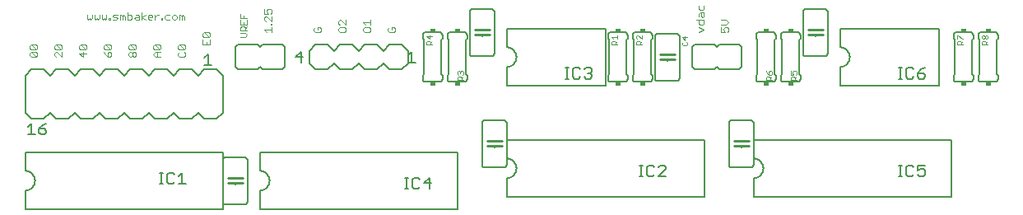
<source format=gto>
G75*
%MOIN*%
%OFA0B0*%
%FSLAX24Y24*%
%IPPOS*%
%LPD*%
%AMOC8*
5,1,8,0,0,1.08239X$1,22.5*
%
%ADD10C,0.0030*%
%ADD11C,0.0020*%
%ADD12C,0.0060*%
%ADD13C,0.0050*%
%ADD14C,0.0100*%
%ADD15R,0.0200X0.0150*%
D10*
X000923Y009195D02*
X000875Y009243D01*
X000875Y009340D01*
X000923Y009388D01*
X001117Y009195D01*
X001165Y009243D01*
X001165Y009340D01*
X001117Y009388D01*
X000923Y009388D01*
X000923Y009490D02*
X000875Y009538D01*
X000875Y009635D01*
X000923Y009683D01*
X001117Y009490D01*
X001165Y009538D01*
X001165Y009635D01*
X001117Y009683D01*
X000923Y009683D01*
X000923Y009490D02*
X001117Y009490D01*
X001875Y009538D02*
X001875Y009635D01*
X001923Y009683D01*
X002117Y009490D01*
X002165Y009538D01*
X002165Y009635D01*
X002117Y009683D01*
X001923Y009683D01*
X001875Y009538D02*
X001923Y009490D01*
X002117Y009490D01*
X002165Y009388D02*
X002165Y009195D01*
X001972Y009388D01*
X001923Y009388D01*
X001875Y009340D01*
X001875Y009243D01*
X001923Y009195D01*
X001117Y009195D02*
X000923Y009195D01*
X002875Y009340D02*
X003020Y009195D01*
X003020Y009388D01*
X003117Y009490D02*
X002923Y009683D01*
X003117Y009683D01*
X003165Y009635D01*
X003165Y009538D01*
X003117Y009490D01*
X002923Y009490D01*
X002875Y009538D01*
X002875Y009635D01*
X002923Y009683D01*
X003875Y009635D02*
X003875Y009538D01*
X003923Y009490D01*
X004117Y009490D01*
X003923Y009683D01*
X004117Y009683D01*
X004165Y009635D01*
X004165Y009538D01*
X004117Y009490D01*
X004117Y009388D02*
X004068Y009388D01*
X004020Y009340D01*
X004020Y009195D01*
X004117Y009195D01*
X004165Y009243D01*
X004165Y009340D01*
X004117Y009388D01*
X003923Y009292D02*
X004020Y009195D01*
X003923Y009292D02*
X003875Y009388D01*
X003875Y009635D02*
X003923Y009683D01*
X004875Y009635D02*
X004875Y009538D01*
X004923Y009490D01*
X005117Y009490D01*
X004923Y009683D01*
X005117Y009683D01*
X005165Y009635D01*
X005165Y009538D01*
X005117Y009490D01*
X005117Y009388D02*
X005165Y009340D01*
X005165Y009243D01*
X005117Y009195D01*
X005068Y009195D01*
X005020Y009243D01*
X005020Y009340D01*
X005068Y009388D01*
X005117Y009388D01*
X005020Y009340D02*
X004972Y009388D01*
X004923Y009388D01*
X004875Y009340D01*
X004875Y009243D01*
X004923Y009195D01*
X004972Y009195D01*
X005020Y009243D01*
X005875Y009292D02*
X005972Y009195D01*
X006165Y009195D01*
X006020Y009195D02*
X006020Y009388D01*
X005972Y009388D02*
X006165Y009388D01*
X006117Y009490D02*
X005923Y009683D01*
X006117Y009683D01*
X006165Y009635D01*
X006165Y009538D01*
X006117Y009490D01*
X005923Y009490D01*
X005875Y009538D01*
X005875Y009635D01*
X005923Y009683D01*
X006875Y009635D02*
X006875Y009538D01*
X006923Y009490D01*
X007117Y009490D01*
X006923Y009683D01*
X007117Y009683D01*
X007165Y009635D01*
X007165Y009538D01*
X007117Y009490D01*
X007117Y009388D02*
X007165Y009340D01*
X007165Y009243D01*
X007117Y009195D01*
X006923Y009195D01*
X006875Y009243D01*
X006875Y009340D01*
X006923Y009388D01*
X006875Y009635D02*
X006923Y009683D01*
X007875Y009695D02*
X008165Y009695D01*
X008165Y009888D01*
X008117Y009990D02*
X007923Y010183D01*
X008117Y010183D01*
X008165Y010135D01*
X008165Y010038D01*
X008117Y009990D01*
X007923Y009990D01*
X007875Y010038D01*
X007875Y010135D01*
X007923Y010183D01*
X007875Y009888D02*
X007875Y009695D01*
X008020Y009695D02*
X008020Y009792D01*
X005972Y009388D02*
X005875Y009292D01*
X004923Y009683D02*
X004875Y009635D01*
X003165Y009340D02*
X002875Y009340D01*
X003243Y010695D02*
X003292Y010743D01*
X003340Y010695D01*
X003388Y010743D01*
X003388Y010888D01*
X003490Y010888D02*
X003490Y010743D01*
X003538Y010695D01*
X003586Y010743D01*
X003635Y010695D01*
X003683Y010743D01*
X003683Y010888D01*
X003784Y010888D02*
X003784Y010743D01*
X003833Y010695D01*
X003881Y010743D01*
X003929Y010695D01*
X003978Y010743D01*
X003978Y010888D01*
X004079Y010743D02*
X004127Y010743D01*
X004127Y010695D01*
X004079Y010695D01*
X004079Y010743D01*
X004226Y010695D02*
X004371Y010695D01*
X004420Y010743D01*
X004371Y010792D01*
X004275Y010792D01*
X004226Y010840D01*
X004275Y010888D01*
X004420Y010888D01*
X004521Y010888D02*
X004521Y010695D01*
X004618Y010695D02*
X004618Y010840D01*
X004666Y010888D01*
X004714Y010840D01*
X004714Y010695D01*
X004816Y010695D02*
X004961Y010695D01*
X005009Y010743D01*
X005009Y010840D01*
X004961Y010888D01*
X004816Y010888D01*
X004816Y010985D02*
X004816Y010695D01*
X004618Y010840D02*
X004569Y010888D01*
X004521Y010888D01*
X005110Y010743D02*
X005159Y010792D01*
X005304Y010792D01*
X005304Y010840D02*
X005304Y010695D01*
X005159Y010695D01*
X005110Y010743D01*
X005159Y010888D02*
X005255Y010888D01*
X005304Y010840D01*
X005405Y010792D02*
X005550Y010888D01*
X005650Y010840D02*
X005699Y010888D01*
X005796Y010888D01*
X005844Y010840D01*
X005844Y010792D01*
X005650Y010792D01*
X005650Y010840D02*
X005650Y010743D01*
X005699Y010695D01*
X005796Y010695D01*
X005945Y010695D02*
X005945Y010888D01*
X005945Y010792D02*
X006042Y010888D01*
X006090Y010888D01*
X006191Y010743D02*
X006239Y010743D01*
X006239Y010695D01*
X006191Y010695D01*
X006191Y010743D01*
X006338Y010743D02*
X006386Y010695D01*
X006531Y010695D01*
X006633Y010743D02*
X006633Y010840D01*
X006681Y010888D01*
X006778Y010888D01*
X006826Y010840D01*
X006826Y010743D01*
X006778Y010695D01*
X006681Y010695D01*
X006633Y010743D01*
X006531Y010888D02*
X006386Y010888D01*
X006338Y010840D01*
X006338Y010743D01*
X006927Y010695D02*
X006927Y010888D01*
X006976Y010888D01*
X007024Y010840D01*
X007072Y010888D01*
X007121Y010840D01*
X007121Y010695D01*
X007024Y010695D02*
X007024Y010840D01*
X005550Y010695D02*
X005405Y010792D01*
X005405Y010695D02*
X005405Y010985D01*
X003243Y010695D02*
X003195Y010743D01*
X003195Y010888D01*
X010375Y010932D02*
X010520Y010932D01*
X010472Y011028D01*
X010472Y011077D01*
X010520Y011125D01*
X010617Y011125D01*
X010665Y011077D01*
X010665Y010980D01*
X010617Y010932D01*
X010665Y010830D02*
X010665Y010637D01*
X010472Y010830D01*
X010423Y010830D01*
X010375Y010782D01*
X010375Y010685D01*
X010423Y010637D01*
X010617Y010538D02*
X010665Y010538D01*
X010665Y010490D01*
X010617Y010490D01*
X010617Y010538D01*
X010665Y010388D02*
X010665Y010195D01*
X010665Y010292D02*
X010375Y010292D01*
X010472Y010195D01*
X012375Y010243D02*
X012423Y010195D01*
X012617Y010195D01*
X012665Y010243D01*
X012665Y010340D01*
X012617Y010388D01*
X012520Y010388D01*
X012520Y010292D01*
X012423Y010388D02*
X012375Y010340D01*
X012375Y010243D01*
X013375Y010243D02*
X013423Y010195D01*
X013617Y010195D01*
X013665Y010243D01*
X013665Y010340D01*
X013617Y010388D01*
X013423Y010388D01*
X013375Y010340D01*
X013375Y010243D01*
X013423Y010490D02*
X013375Y010538D01*
X013375Y010635D01*
X013423Y010683D01*
X013472Y010683D01*
X013665Y010490D01*
X013665Y010683D01*
X014375Y010586D02*
X014472Y010490D01*
X014423Y010388D02*
X014375Y010340D01*
X014375Y010243D01*
X014423Y010195D01*
X014617Y010195D01*
X014665Y010243D01*
X014665Y010340D01*
X014617Y010388D01*
X014423Y010388D01*
X014665Y010490D02*
X014665Y010683D01*
X014665Y010586D02*
X014375Y010586D01*
X015375Y010340D02*
X015423Y010388D01*
X015375Y010340D02*
X015375Y010243D01*
X015423Y010195D01*
X015617Y010195D01*
X015665Y010243D01*
X015665Y010340D01*
X015617Y010388D01*
X015520Y010388D01*
X015520Y010292D01*
X010375Y010932D02*
X010375Y011125D01*
X027875Y010683D02*
X028165Y010683D01*
X028165Y010538D01*
X028117Y010490D01*
X028020Y010490D01*
X027972Y010538D01*
X027972Y010683D01*
X028117Y010784D02*
X028068Y010833D01*
X028068Y010978D01*
X028020Y010978D02*
X028165Y010978D01*
X028165Y010833D01*
X028117Y010784D01*
X027972Y010833D02*
X027972Y010929D01*
X028020Y010978D01*
X028020Y011079D02*
X028117Y011079D01*
X028165Y011127D01*
X028165Y011272D01*
X027972Y011272D02*
X027972Y011127D01*
X028020Y011079D01*
X028875Y010683D02*
X029068Y010683D01*
X029165Y010586D01*
X029068Y010490D01*
X028875Y010490D01*
X028875Y010388D02*
X028875Y010195D01*
X029020Y010195D01*
X028972Y010292D01*
X028972Y010340D01*
X029020Y010388D01*
X029117Y010388D01*
X029165Y010340D01*
X029165Y010243D01*
X029117Y010195D01*
X028165Y010292D02*
X027972Y010195D01*
X027972Y010388D02*
X028165Y010292D01*
D11*
X027400Y010016D02*
X027400Y009869D01*
X027290Y009979D01*
X027510Y009979D01*
X027473Y009795D02*
X027510Y009758D01*
X027510Y009685D01*
X027473Y009648D01*
X027327Y009648D01*
X027290Y009685D01*
X027290Y009758D01*
X027327Y009795D01*
X025660Y009837D02*
X025587Y009763D01*
X025587Y009800D02*
X025587Y009690D01*
X025660Y009690D02*
X025440Y009690D01*
X025440Y009800D01*
X025477Y009837D01*
X025550Y009837D01*
X025587Y009800D01*
X025660Y009911D02*
X025513Y010058D01*
X025477Y010058D01*
X025440Y010021D01*
X025440Y009948D01*
X025477Y009911D01*
X025660Y009911D02*
X025660Y010058D01*
X024660Y010058D02*
X024660Y009911D01*
X024660Y009984D02*
X024440Y009984D01*
X024513Y009911D01*
X024477Y009837D02*
X024550Y009837D01*
X024587Y009800D01*
X024587Y009690D01*
X024660Y009690D02*
X024440Y009690D01*
X024440Y009800D01*
X024477Y009837D01*
X024587Y009763D02*
X024660Y009837D01*
X030700Y008616D02*
X030737Y008542D01*
X030810Y008469D01*
X030810Y008579D01*
X030847Y008616D01*
X030883Y008616D01*
X030920Y008579D01*
X030920Y008506D01*
X030883Y008469D01*
X030810Y008469D01*
X030810Y008395D02*
X030847Y008358D01*
X030847Y008248D01*
X030920Y008248D02*
X030700Y008248D01*
X030700Y008358D01*
X030737Y008395D01*
X030810Y008395D01*
X030847Y008321D02*
X030920Y008395D01*
X031700Y008358D02*
X031700Y008248D01*
X031920Y008248D01*
X031847Y008248D02*
X031847Y008358D01*
X031810Y008395D01*
X031737Y008395D01*
X031700Y008358D01*
X031700Y008469D02*
X031810Y008469D01*
X031773Y008542D01*
X031773Y008579D01*
X031810Y008616D01*
X031883Y008616D01*
X031920Y008579D01*
X031920Y008506D01*
X031883Y008469D01*
X031920Y008395D02*
X031847Y008321D01*
X031700Y008469D02*
X031700Y008616D01*
X038440Y009690D02*
X038440Y009800D01*
X038477Y009837D01*
X038550Y009837D01*
X038587Y009800D01*
X038587Y009690D01*
X038660Y009690D02*
X038440Y009690D01*
X038587Y009763D02*
X038660Y009837D01*
X038660Y009911D02*
X038623Y009911D01*
X038477Y010058D01*
X038440Y010058D01*
X038440Y009911D01*
X039440Y009948D02*
X039440Y010021D01*
X039477Y010058D01*
X039513Y010058D01*
X039550Y010021D01*
X039550Y009948D01*
X039513Y009911D01*
X039477Y009911D01*
X039440Y009948D01*
X039550Y009948D02*
X039587Y009911D01*
X039623Y009911D01*
X039660Y009948D01*
X039660Y010021D01*
X039623Y010058D01*
X039587Y010058D01*
X039550Y010021D01*
X039550Y009837D02*
X039587Y009800D01*
X039587Y009690D01*
X039660Y009690D02*
X039440Y009690D01*
X039440Y009800D01*
X039477Y009837D01*
X039550Y009837D01*
X039587Y009763D02*
X039660Y009837D01*
X018420Y008579D02*
X018420Y008506D01*
X018383Y008469D01*
X018420Y008395D02*
X018347Y008321D01*
X018347Y008358D02*
X018347Y008248D01*
X018420Y008248D02*
X018200Y008248D01*
X018200Y008358D01*
X018237Y008395D01*
X018310Y008395D01*
X018347Y008358D01*
X018237Y008469D02*
X018200Y008506D01*
X018200Y008579D01*
X018237Y008616D01*
X018273Y008616D01*
X018310Y008579D01*
X018347Y008616D01*
X018383Y008616D01*
X018420Y008579D01*
X018310Y008579D02*
X018310Y008542D01*
X017160Y009690D02*
X016940Y009690D01*
X016940Y009800D01*
X016977Y009837D01*
X017050Y009837D01*
X017087Y009800D01*
X017087Y009690D01*
X017087Y009763D02*
X017160Y009837D01*
X017050Y009911D02*
X017050Y010058D01*
X017160Y010021D02*
X016940Y010021D01*
X017050Y009911D01*
X009670Y010077D02*
X009583Y009990D01*
X009410Y009990D01*
X009583Y010163D02*
X009670Y010077D01*
X009583Y010163D02*
X009410Y010163D01*
X009410Y010248D02*
X009410Y010378D01*
X009453Y010421D01*
X009540Y010421D01*
X009583Y010378D01*
X009583Y010248D01*
X009583Y010335D02*
X009670Y010421D01*
X009670Y010506D02*
X009670Y010679D01*
X009670Y010763D02*
X009410Y010763D01*
X009410Y010937D01*
X009540Y010850D02*
X009540Y010763D01*
X009410Y010679D02*
X009410Y010506D01*
X009670Y010506D01*
X009540Y010506D02*
X009540Y010592D01*
X009670Y010248D02*
X009410Y010248D01*
D12*
X000680Y003780D02*
X000680Y003030D01*
X008680Y003030D01*
X008680Y005330D01*
X000680Y005330D01*
X000680Y004580D01*
X000719Y004578D01*
X000758Y004572D01*
X000796Y004563D01*
X000833Y004550D01*
X000869Y004533D01*
X000902Y004513D01*
X000934Y004489D01*
X000963Y004463D01*
X000989Y004434D01*
X001013Y004402D01*
X001033Y004369D01*
X001050Y004333D01*
X001063Y004296D01*
X001072Y004258D01*
X001078Y004219D01*
X001080Y004180D01*
X001078Y004141D01*
X001072Y004102D01*
X001063Y004064D01*
X001050Y004027D01*
X001033Y003991D01*
X001013Y003958D01*
X000989Y003926D01*
X000963Y003897D01*
X000934Y003871D01*
X000902Y003847D01*
X000869Y003827D01*
X000833Y003810D01*
X000796Y003797D01*
X000758Y003788D01*
X000719Y003782D01*
X000680Y003780D01*
X008680Y003330D02*
X008680Y005030D01*
X008682Y005047D01*
X008686Y005064D01*
X008693Y005080D01*
X008703Y005094D01*
X008716Y005107D01*
X008730Y005117D01*
X008746Y005124D01*
X008763Y005128D01*
X008780Y005130D01*
X009580Y005130D01*
X009597Y005128D01*
X009614Y005124D01*
X009630Y005117D01*
X009644Y005107D01*
X009657Y005094D01*
X009667Y005080D01*
X009674Y005064D01*
X009678Y005047D01*
X009680Y005030D01*
X009680Y003330D01*
X009678Y003313D01*
X009674Y003296D01*
X009667Y003280D01*
X009657Y003266D01*
X009644Y003253D01*
X009630Y003243D01*
X009614Y003236D01*
X009597Y003232D01*
X009580Y003230D01*
X008780Y003230D01*
X008763Y003232D01*
X008746Y003236D01*
X008730Y003243D01*
X008716Y003253D01*
X008703Y003266D01*
X008693Y003280D01*
X008686Y003296D01*
X008682Y003313D01*
X008680Y003330D01*
X010180Y003030D02*
X010180Y003780D01*
X009180Y004030D02*
X009180Y004080D01*
X009180Y004280D02*
X009180Y004330D01*
X010180Y004580D02*
X010219Y004578D01*
X010258Y004572D01*
X010296Y004563D01*
X010333Y004550D01*
X010369Y004533D01*
X010402Y004513D01*
X010434Y004489D01*
X010463Y004463D01*
X010489Y004434D01*
X010513Y004402D01*
X010533Y004369D01*
X010550Y004333D01*
X010563Y004296D01*
X010572Y004258D01*
X010578Y004219D01*
X010580Y004180D01*
X010578Y004141D01*
X010572Y004102D01*
X010563Y004064D01*
X010550Y004027D01*
X010533Y003991D01*
X010513Y003958D01*
X010489Y003926D01*
X010463Y003897D01*
X010434Y003871D01*
X010402Y003847D01*
X010369Y003827D01*
X010333Y003810D01*
X010296Y003797D01*
X010258Y003788D01*
X010219Y003782D01*
X010180Y003780D01*
X010180Y003030D02*
X018180Y003030D01*
X018180Y005330D01*
X010180Y005330D01*
X010180Y004580D01*
X008430Y006680D02*
X007930Y006680D01*
X007680Y006930D01*
X007430Y006680D01*
X006930Y006680D01*
X006680Y006930D01*
X006430Y006680D01*
X005930Y006680D01*
X005680Y006930D01*
X005430Y006680D01*
X004930Y006680D01*
X004680Y006930D01*
X004430Y006680D01*
X003930Y006680D01*
X003680Y006930D01*
X003430Y006680D01*
X002930Y006680D01*
X002680Y006930D01*
X002430Y006680D01*
X001930Y006680D01*
X001680Y006930D01*
X001430Y006680D01*
X000930Y006680D01*
X000680Y006930D01*
X000680Y008430D01*
X000930Y008680D01*
X001430Y008680D01*
X001680Y008430D01*
X001930Y008680D01*
X002430Y008680D01*
X002680Y008430D01*
X002930Y008680D01*
X003430Y008680D01*
X003680Y008430D01*
X003930Y008680D01*
X004430Y008680D01*
X004680Y008430D01*
X004930Y008680D01*
X005430Y008680D01*
X005680Y008430D01*
X005930Y008680D01*
X006430Y008680D01*
X006680Y008430D01*
X006930Y008680D01*
X007430Y008680D01*
X007680Y008430D01*
X007930Y008680D01*
X008430Y008680D01*
X008680Y008430D01*
X008680Y006930D01*
X008430Y006680D01*
X009280Y008680D02*
X010080Y008680D01*
X010180Y008780D01*
X010280Y008680D01*
X011080Y008680D01*
X011180Y008780D01*
X011180Y009580D01*
X011080Y009680D01*
X010280Y009680D01*
X010180Y009580D01*
X010080Y009680D01*
X009280Y009680D01*
X009180Y009580D01*
X009180Y008780D01*
X009280Y008680D01*
X012180Y008930D02*
X012180Y009430D01*
X012430Y009680D01*
X012930Y009680D01*
X013180Y009430D01*
X013430Y009680D01*
X013930Y009680D01*
X014180Y009430D01*
X014430Y009680D01*
X014930Y009680D01*
X015180Y009430D01*
X015430Y009680D01*
X015930Y009680D01*
X016180Y009430D01*
X016180Y008930D01*
X015930Y008680D01*
X015430Y008680D01*
X015180Y008930D01*
X014930Y008680D01*
X014430Y008680D01*
X014180Y008930D01*
X013930Y008680D01*
X013430Y008680D01*
X013180Y008930D01*
X012930Y008680D01*
X012430Y008680D01*
X012180Y008930D01*
X016780Y008430D02*
X016780Y008280D01*
X016782Y008263D01*
X016786Y008246D01*
X016793Y008230D01*
X016803Y008216D01*
X016816Y008203D01*
X016830Y008193D01*
X016846Y008186D01*
X016863Y008182D01*
X016880Y008180D01*
X017480Y008180D01*
X017497Y008182D01*
X017514Y008186D01*
X017530Y008193D01*
X017544Y008203D01*
X017557Y008216D01*
X017567Y008230D01*
X017574Y008246D01*
X017578Y008263D01*
X017580Y008280D01*
X017580Y008430D01*
X017530Y008480D01*
X017530Y009880D01*
X017580Y009930D01*
X017580Y010080D01*
X017578Y010097D01*
X017574Y010114D01*
X017567Y010130D01*
X017557Y010144D01*
X017544Y010157D01*
X017530Y010167D01*
X017514Y010174D01*
X017497Y010178D01*
X017480Y010180D01*
X016880Y010180D01*
X016863Y010178D01*
X016846Y010174D01*
X016830Y010167D01*
X016816Y010157D01*
X016803Y010144D01*
X016793Y010130D01*
X016786Y010114D01*
X016782Y010097D01*
X016780Y010080D01*
X016780Y009930D01*
X016830Y009880D01*
X016830Y008480D01*
X016780Y008430D01*
X017780Y008430D02*
X017780Y008280D01*
X017782Y008263D01*
X017786Y008246D01*
X017793Y008230D01*
X017803Y008216D01*
X017816Y008203D01*
X017830Y008193D01*
X017846Y008186D01*
X017863Y008182D01*
X017880Y008180D01*
X018480Y008180D01*
X018497Y008182D01*
X018514Y008186D01*
X018530Y008193D01*
X018544Y008203D01*
X018557Y008216D01*
X018567Y008230D01*
X018574Y008246D01*
X018578Y008263D01*
X018580Y008280D01*
X018580Y008430D01*
X018530Y008480D01*
X018530Y009880D01*
X018580Y009930D01*
X018580Y010080D01*
X018578Y010097D01*
X018574Y010114D01*
X018567Y010130D01*
X018557Y010144D01*
X018544Y010157D01*
X018530Y010167D01*
X018514Y010174D01*
X018497Y010178D01*
X018480Y010180D01*
X017880Y010180D01*
X017863Y010178D01*
X017846Y010174D01*
X017830Y010167D01*
X017816Y010157D01*
X017803Y010144D01*
X017793Y010130D01*
X017786Y010114D01*
X017782Y010097D01*
X017780Y010080D01*
X017780Y009930D01*
X017830Y009880D01*
X017830Y008480D01*
X017780Y008430D01*
X020180Y008780D02*
X020180Y008030D01*
X024180Y008030D01*
X024180Y010330D01*
X020180Y010330D01*
X020180Y009580D01*
X019680Y009330D02*
X019680Y011030D01*
X019678Y011047D01*
X019674Y011064D01*
X019667Y011080D01*
X019657Y011094D01*
X019644Y011107D01*
X019630Y011117D01*
X019614Y011124D01*
X019597Y011128D01*
X019580Y011130D01*
X018780Y011130D01*
X018763Y011128D01*
X018746Y011124D01*
X018730Y011117D01*
X018716Y011107D01*
X018703Y011094D01*
X018693Y011080D01*
X018686Y011064D01*
X018682Y011047D01*
X018680Y011030D01*
X018680Y009330D01*
X018682Y009313D01*
X018686Y009296D01*
X018693Y009280D01*
X018703Y009266D01*
X018716Y009253D01*
X018730Y009243D01*
X018746Y009236D01*
X018763Y009232D01*
X018780Y009230D01*
X019580Y009230D01*
X019597Y009232D01*
X019614Y009236D01*
X019630Y009243D01*
X019644Y009253D01*
X019657Y009266D01*
X019667Y009280D01*
X019674Y009296D01*
X019678Y009313D01*
X019680Y009330D01*
X020180Y009580D02*
X020219Y009578D01*
X020258Y009572D01*
X020296Y009563D01*
X020333Y009550D01*
X020369Y009533D01*
X020402Y009513D01*
X020434Y009489D01*
X020463Y009463D01*
X020489Y009434D01*
X020513Y009402D01*
X020533Y009369D01*
X020550Y009333D01*
X020563Y009296D01*
X020572Y009258D01*
X020578Y009219D01*
X020580Y009180D01*
X020578Y009141D01*
X020572Y009102D01*
X020563Y009064D01*
X020550Y009027D01*
X020533Y008991D01*
X020513Y008958D01*
X020489Y008926D01*
X020463Y008897D01*
X020434Y008871D01*
X020402Y008847D01*
X020369Y008827D01*
X020333Y008810D01*
X020296Y008797D01*
X020258Y008788D01*
X020219Y008782D01*
X020180Y008780D01*
X024280Y008430D02*
X024280Y008280D01*
X024282Y008263D01*
X024286Y008246D01*
X024293Y008230D01*
X024303Y008216D01*
X024316Y008203D01*
X024330Y008193D01*
X024346Y008186D01*
X024363Y008182D01*
X024380Y008180D01*
X024980Y008180D01*
X024997Y008182D01*
X025014Y008186D01*
X025030Y008193D01*
X025044Y008203D01*
X025057Y008216D01*
X025067Y008230D01*
X025074Y008246D01*
X025078Y008263D01*
X025080Y008280D01*
X025080Y008430D01*
X025030Y008480D01*
X025030Y009880D01*
X025080Y009930D01*
X025080Y010080D01*
X025078Y010097D01*
X025074Y010114D01*
X025067Y010130D01*
X025057Y010144D01*
X025044Y010157D01*
X025030Y010167D01*
X025014Y010174D01*
X024997Y010178D01*
X024980Y010180D01*
X024380Y010180D01*
X024363Y010178D01*
X024346Y010174D01*
X024330Y010167D01*
X024316Y010157D01*
X024303Y010144D01*
X024293Y010130D01*
X024286Y010114D01*
X024282Y010097D01*
X024280Y010080D01*
X024280Y009930D01*
X024330Y009880D01*
X024330Y008480D01*
X024280Y008430D01*
X025280Y008430D02*
X025280Y008280D01*
X025282Y008263D01*
X025286Y008246D01*
X025293Y008230D01*
X025303Y008216D01*
X025316Y008203D01*
X025330Y008193D01*
X025346Y008186D01*
X025363Y008182D01*
X025380Y008180D01*
X025980Y008180D01*
X025997Y008182D01*
X026014Y008186D01*
X026030Y008193D01*
X026044Y008203D01*
X026057Y008216D01*
X026067Y008230D01*
X026074Y008246D01*
X026078Y008263D01*
X026080Y008280D01*
X026080Y008430D01*
X026030Y008480D01*
X026030Y009880D01*
X026080Y009930D01*
X026080Y010080D01*
X026078Y010097D01*
X026074Y010114D01*
X026067Y010130D01*
X026057Y010144D01*
X026044Y010157D01*
X026030Y010167D01*
X026014Y010174D01*
X025997Y010178D01*
X025980Y010180D01*
X025380Y010180D01*
X025363Y010178D01*
X025346Y010174D01*
X025330Y010167D01*
X025316Y010157D01*
X025303Y010144D01*
X025293Y010130D01*
X025286Y010114D01*
X025282Y010097D01*
X025280Y010080D01*
X025280Y009930D01*
X025330Y009880D01*
X025330Y008480D01*
X025280Y008430D01*
X026180Y008330D02*
X026180Y010030D01*
X026182Y010047D01*
X026186Y010064D01*
X026193Y010080D01*
X026203Y010094D01*
X026216Y010107D01*
X026230Y010117D01*
X026246Y010124D01*
X026263Y010128D01*
X026280Y010130D01*
X027080Y010130D01*
X027097Y010128D01*
X027114Y010124D01*
X027130Y010117D01*
X027144Y010107D01*
X027157Y010094D01*
X027167Y010080D01*
X027174Y010064D01*
X027178Y010047D01*
X027180Y010030D01*
X027180Y008330D01*
X027178Y008313D01*
X027174Y008296D01*
X027167Y008280D01*
X027157Y008266D01*
X027144Y008253D01*
X027130Y008243D01*
X027114Y008236D01*
X027097Y008232D01*
X027080Y008230D01*
X026280Y008230D01*
X026263Y008232D01*
X026246Y008236D01*
X026230Y008243D01*
X026216Y008253D01*
X026203Y008266D01*
X026193Y008280D01*
X026186Y008296D01*
X026182Y008313D01*
X026180Y008330D01*
X027680Y008780D02*
X027780Y008680D01*
X028580Y008680D01*
X028680Y008780D01*
X028780Y008680D01*
X029580Y008680D01*
X029680Y008780D01*
X029680Y009580D01*
X029580Y009680D01*
X028780Y009680D01*
X028680Y009580D01*
X028580Y009680D01*
X027780Y009680D01*
X027680Y009580D01*
X027680Y008780D01*
X026680Y009030D02*
X026680Y009080D01*
X026680Y009280D02*
X026680Y009330D01*
X030280Y009930D02*
X030330Y009880D01*
X030330Y008480D01*
X030280Y008430D01*
X030280Y008280D01*
X030282Y008263D01*
X030286Y008246D01*
X030293Y008230D01*
X030303Y008216D01*
X030316Y008203D01*
X030330Y008193D01*
X030346Y008186D01*
X030363Y008182D01*
X030380Y008180D01*
X030980Y008180D01*
X030997Y008182D01*
X031014Y008186D01*
X031030Y008193D01*
X031044Y008203D01*
X031057Y008216D01*
X031067Y008230D01*
X031074Y008246D01*
X031078Y008263D01*
X031080Y008280D01*
X031080Y008430D01*
X031030Y008480D01*
X031030Y009880D01*
X031080Y009930D01*
X031080Y010080D01*
X031078Y010097D01*
X031074Y010114D01*
X031067Y010130D01*
X031057Y010144D01*
X031044Y010157D01*
X031030Y010167D01*
X031014Y010174D01*
X030997Y010178D01*
X030980Y010180D01*
X030380Y010180D01*
X030363Y010178D01*
X030346Y010174D01*
X030330Y010167D01*
X030316Y010157D01*
X030303Y010144D01*
X030293Y010130D01*
X030286Y010114D01*
X030282Y010097D01*
X030280Y010080D01*
X030280Y009930D01*
X031280Y009930D02*
X031330Y009880D01*
X031330Y008480D01*
X031280Y008430D01*
X031280Y008280D01*
X031282Y008263D01*
X031286Y008246D01*
X031293Y008230D01*
X031303Y008216D01*
X031316Y008203D01*
X031330Y008193D01*
X031346Y008186D01*
X031363Y008182D01*
X031380Y008180D01*
X031980Y008180D01*
X031997Y008182D01*
X032014Y008186D01*
X032030Y008193D01*
X032044Y008203D01*
X032057Y008216D01*
X032067Y008230D01*
X032074Y008246D01*
X032078Y008263D01*
X032080Y008280D01*
X032080Y008430D01*
X032030Y008480D01*
X032030Y009880D01*
X032080Y009930D01*
X032080Y010080D01*
X032078Y010097D01*
X032074Y010114D01*
X032067Y010130D01*
X032057Y010144D01*
X032044Y010157D01*
X032030Y010167D01*
X032014Y010174D01*
X031997Y010178D01*
X031980Y010180D01*
X031380Y010180D01*
X031363Y010178D01*
X031346Y010174D01*
X031330Y010167D01*
X031316Y010157D01*
X031303Y010144D01*
X031293Y010130D01*
X031286Y010114D01*
X031282Y010097D01*
X031280Y010080D01*
X031280Y009930D01*
X032680Y010030D02*
X032680Y010080D01*
X032680Y010280D02*
X032680Y010330D01*
X033680Y010330D02*
X033680Y009580D01*
X033180Y009330D02*
X033180Y011030D01*
X033178Y011047D01*
X033174Y011064D01*
X033167Y011080D01*
X033157Y011094D01*
X033144Y011107D01*
X033130Y011117D01*
X033114Y011124D01*
X033097Y011128D01*
X033080Y011130D01*
X032280Y011130D01*
X032263Y011128D01*
X032246Y011124D01*
X032230Y011117D01*
X032216Y011107D01*
X032203Y011094D01*
X032193Y011080D01*
X032186Y011064D01*
X032182Y011047D01*
X032180Y011030D01*
X032180Y009330D01*
X032182Y009313D01*
X032186Y009296D01*
X032193Y009280D01*
X032203Y009266D01*
X032216Y009253D01*
X032230Y009243D01*
X032246Y009236D01*
X032263Y009232D01*
X032280Y009230D01*
X033080Y009230D01*
X033097Y009232D01*
X033114Y009236D01*
X033130Y009243D01*
X033144Y009253D01*
X033157Y009266D01*
X033167Y009280D01*
X033174Y009296D01*
X033178Y009313D01*
X033180Y009330D01*
X033680Y009580D02*
X033719Y009578D01*
X033758Y009572D01*
X033796Y009563D01*
X033833Y009550D01*
X033869Y009533D01*
X033902Y009513D01*
X033934Y009489D01*
X033963Y009463D01*
X033989Y009434D01*
X034013Y009402D01*
X034033Y009369D01*
X034050Y009333D01*
X034063Y009296D01*
X034072Y009258D01*
X034078Y009219D01*
X034080Y009180D01*
X034078Y009141D01*
X034072Y009102D01*
X034063Y009064D01*
X034050Y009027D01*
X034033Y008991D01*
X034013Y008958D01*
X033989Y008926D01*
X033963Y008897D01*
X033934Y008871D01*
X033902Y008847D01*
X033869Y008827D01*
X033833Y008810D01*
X033796Y008797D01*
X033758Y008788D01*
X033719Y008782D01*
X033680Y008780D01*
X033680Y008030D01*
X037680Y008030D01*
X037680Y010330D01*
X033680Y010330D01*
X038280Y010080D02*
X038280Y009930D01*
X038330Y009880D01*
X038330Y008480D01*
X038280Y008430D01*
X038280Y008280D01*
X038282Y008263D01*
X038286Y008246D01*
X038293Y008230D01*
X038303Y008216D01*
X038316Y008203D01*
X038330Y008193D01*
X038346Y008186D01*
X038363Y008182D01*
X038380Y008180D01*
X038980Y008180D01*
X038997Y008182D01*
X039014Y008186D01*
X039030Y008193D01*
X039044Y008203D01*
X039057Y008216D01*
X039067Y008230D01*
X039074Y008246D01*
X039078Y008263D01*
X039080Y008280D01*
X039080Y008430D01*
X039030Y008480D01*
X039030Y009880D01*
X039080Y009930D01*
X039080Y010080D01*
X039078Y010097D01*
X039074Y010114D01*
X039067Y010130D01*
X039057Y010144D01*
X039044Y010157D01*
X039030Y010167D01*
X039014Y010174D01*
X038997Y010178D01*
X038980Y010180D01*
X038380Y010180D01*
X038363Y010178D01*
X038346Y010174D01*
X038330Y010167D01*
X038316Y010157D01*
X038303Y010144D01*
X038293Y010130D01*
X038286Y010114D01*
X038282Y010097D01*
X038280Y010080D01*
X039280Y010080D02*
X039280Y009930D01*
X039330Y009880D01*
X039330Y008480D01*
X039280Y008430D01*
X039280Y008280D01*
X039282Y008263D01*
X039286Y008246D01*
X039293Y008230D01*
X039303Y008216D01*
X039316Y008203D01*
X039330Y008193D01*
X039346Y008186D01*
X039363Y008182D01*
X039380Y008180D01*
X039980Y008180D01*
X039997Y008182D01*
X040014Y008186D01*
X040030Y008193D01*
X040044Y008203D01*
X040057Y008216D01*
X040067Y008230D01*
X040074Y008246D01*
X040078Y008263D01*
X040080Y008280D01*
X040080Y008430D01*
X040030Y008480D01*
X040030Y009880D01*
X040080Y009930D01*
X040080Y010080D01*
X040078Y010097D01*
X040074Y010114D01*
X040067Y010130D01*
X040057Y010144D01*
X040044Y010157D01*
X040030Y010167D01*
X040014Y010174D01*
X039997Y010178D01*
X039980Y010180D01*
X039380Y010180D01*
X039363Y010178D01*
X039346Y010174D01*
X039330Y010167D01*
X039316Y010157D01*
X039303Y010144D01*
X039293Y010130D01*
X039286Y010114D01*
X039282Y010097D01*
X039280Y010080D01*
X030080Y006630D02*
X029280Y006630D01*
X029263Y006628D01*
X029246Y006624D01*
X029230Y006617D01*
X029216Y006607D01*
X029203Y006594D01*
X029193Y006580D01*
X029186Y006564D01*
X029182Y006547D01*
X029180Y006530D01*
X029180Y004830D01*
X029182Y004813D01*
X029186Y004796D01*
X029193Y004780D01*
X029203Y004766D01*
X029216Y004753D01*
X029230Y004743D01*
X029246Y004736D01*
X029263Y004732D01*
X029280Y004730D01*
X030080Y004730D01*
X030097Y004732D01*
X030114Y004736D01*
X030130Y004743D01*
X030144Y004753D01*
X030157Y004766D01*
X030167Y004780D01*
X030174Y004796D01*
X030178Y004813D01*
X030180Y004830D01*
X030180Y006530D01*
X030178Y006547D01*
X030174Y006564D01*
X030167Y006580D01*
X030157Y006594D01*
X030144Y006607D01*
X030130Y006617D01*
X030114Y006624D01*
X030097Y006628D01*
X030080Y006630D01*
X030180Y005830D02*
X030180Y005080D01*
X030219Y005078D01*
X030258Y005072D01*
X030296Y005063D01*
X030333Y005050D01*
X030369Y005033D01*
X030402Y005013D01*
X030434Y004989D01*
X030463Y004963D01*
X030489Y004934D01*
X030513Y004902D01*
X030533Y004869D01*
X030550Y004833D01*
X030563Y004796D01*
X030572Y004758D01*
X030578Y004719D01*
X030580Y004680D01*
X030578Y004641D01*
X030572Y004602D01*
X030563Y004564D01*
X030550Y004527D01*
X030533Y004491D01*
X030513Y004458D01*
X030489Y004426D01*
X030463Y004397D01*
X030434Y004371D01*
X030402Y004347D01*
X030369Y004327D01*
X030333Y004310D01*
X030296Y004297D01*
X030258Y004288D01*
X030219Y004282D01*
X030180Y004280D01*
X030180Y003530D01*
X038180Y003530D01*
X038180Y005830D01*
X030180Y005830D01*
X029680Y005830D02*
X029680Y005780D01*
X029680Y005580D02*
X029680Y005530D01*
X028180Y005830D02*
X028180Y003530D01*
X020180Y003530D01*
X020180Y004280D01*
X020219Y004282D01*
X020258Y004288D01*
X020296Y004297D01*
X020333Y004310D01*
X020369Y004327D01*
X020402Y004347D01*
X020434Y004371D01*
X020463Y004397D01*
X020489Y004426D01*
X020513Y004458D01*
X020533Y004491D01*
X020550Y004527D01*
X020563Y004564D01*
X020572Y004602D01*
X020578Y004641D01*
X020580Y004680D01*
X020578Y004719D01*
X020572Y004758D01*
X020563Y004796D01*
X020550Y004833D01*
X020533Y004869D01*
X020513Y004902D01*
X020489Y004934D01*
X020463Y004963D01*
X020434Y004989D01*
X020402Y005013D01*
X020369Y005033D01*
X020333Y005050D01*
X020296Y005063D01*
X020258Y005072D01*
X020219Y005078D01*
X020180Y005080D01*
X020180Y005830D01*
X028180Y005830D01*
X020180Y006530D02*
X020180Y004830D01*
X020178Y004813D01*
X020174Y004796D01*
X020167Y004780D01*
X020157Y004766D01*
X020144Y004753D01*
X020130Y004743D01*
X020114Y004736D01*
X020097Y004732D01*
X020080Y004730D01*
X019280Y004730D01*
X019263Y004732D01*
X019246Y004736D01*
X019230Y004743D01*
X019216Y004753D01*
X019203Y004766D01*
X019193Y004780D01*
X019186Y004796D01*
X019182Y004813D01*
X019180Y004830D01*
X019180Y006530D01*
X019182Y006547D01*
X019186Y006564D01*
X019193Y006580D01*
X019203Y006594D01*
X019216Y006607D01*
X019230Y006617D01*
X019246Y006624D01*
X019263Y006628D01*
X019280Y006630D01*
X020080Y006630D01*
X020097Y006628D01*
X020114Y006624D01*
X020130Y006617D01*
X020144Y006607D01*
X020157Y006594D01*
X020167Y006580D01*
X020174Y006564D01*
X020178Y006547D01*
X020180Y006530D01*
X019680Y005830D02*
X019680Y005780D01*
X019680Y005580D02*
X019680Y005530D01*
X019180Y010030D02*
X019180Y010080D01*
X019180Y010280D02*
X019180Y010330D01*
D13*
X016345Y009405D02*
X016345Y008955D01*
X016195Y008955D02*
X016495Y008955D01*
X016195Y009255D02*
X016345Y009405D01*
X011945Y009180D02*
X011645Y009180D01*
X011870Y009405D01*
X011870Y008955D01*
X008245Y008855D02*
X007945Y008855D01*
X008095Y008855D02*
X008095Y009305D01*
X007945Y009155D01*
X001545Y006505D02*
X001395Y006430D01*
X001245Y006280D01*
X001470Y006280D01*
X001545Y006205D01*
X001545Y006130D01*
X001470Y006055D01*
X001320Y006055D01*
X001245Y006130D01*
X001245Y006280D01*
X001084Y006055D02*
X000784Y006055D01*
X000934Y006055D02*
X000934Y006505D01*
X000784Y006355D01*
X006127Y004505D02*
X006277Y004505D01*
X006202Y004505D02*
X006202Y004055D01*
X006127Y004055D02*
X006277Y004055D01*
X006434Y004130D02*
X006509Y004055D01*
X006659Y004055D01*
X006734Y004130D01*
X006895Y004055D02*
X007195Y004055D01*
X007045Y004055D02*
X007045Y004505D01*
X006895Y004355D01*
X006734Y004430D02*
X006659Y004505D01*
X006509Y004505D01*
X006434Y004430D01*
X006434Y004130D01*
X016055Y004305D02*
X016205Y004305D01*
X016130Y004305D02*
X016130Y003855D01*
X016055Y003855D02*
X016205Y003855D01*
X016362Y003930D02*
X016437Y003855D01*
X016587Y003855D01*
X016662Y003930D01*
X016822Y004080D02*
X017123Y004080D01*
X017048Y004305D02*
X016822Y004080D01*
X016362Y004230D02*
X016362Y003930D01*
X017048Y003855D02*
X017048Y004305D01*
X016662Y004230D02*
X016587Y004305D01*
X016437Y004305D01*
X016362Y004230D01*
X025555Y004355D02*
X025705Y004355D01*
X025630Y004355D02*
X025630Y004805D01*
X025555Y004805D02*
X025705Y004805D01*
X025862Y004730D02*
X025862Y004430D01*
X025937Y004355D01*
X026087Y004355D01*
X026162Y004430D01*
X026322Y004355D02*
X026623Y004655D01*
X026623Y004730D01*
X026548Y004805D01*
X026397Y004805D01*
X026322Y004730D01*
X026162Y004730D02*
X026087Y004805D01*
X025937Y004805D01*
X025862Y004730D01*
X026322Y004355D02*
X026623Y004355D01*
X036055Y004355D02*
X036205Y004355D01*
X036130Y004355D02*
X036130Y004805D01*
X036055Y004805D02*
X036205Y004805D01*
X036362Y004730D02*
X036362Y004430D01*
X036437Y004355D01*
X036587Y004355D01*
X036662Y004430D01*
X036822Y004430D02*
X036897Y004355D01*
X037048Y004355D01*
X037123Y004430D01*
X037123Y004580D01*
X037048Y004655D01*
X036972Y004655D01*
X036822Y004580D01*
X036822Y004805D01*
X037123Y004805D01*
X036662Y004730D02*
X036587Y004805D01*
X036437Y004805D01*
X036362Y004730D01*
X036437Y008305D02*
X036362Y008380D01*
X036362Y008680D01*
X036437Y008755D01*
X036587Y008755D01*
X036662Y008680D01*
X036822Y008530D02*
X037048Y008530D01*
X037123Y008455D01*
X037123Y008380D01*
X037048Y008305D01*
X036897Y008305D01*
X036822Y008380D01*
X036822Y008530D01*
X036972Y008680D01*
X037123Y008755D01*
X036205Y008755D02*
X036055Y008755D01*
X036130Y008755D02*
X036130Y008305D01*
X036055Y008305D02*
X036205Y008305D01*
X036437Y008305D02*
X036587Y008305D01*
X036662Y008380D01*
X023623Y008380D02*
X023548Y008305D01*
X023397Y008305D01*
X023322Y008380D01*
X023162Y008380D02*
X023087Y008305D01*
X022937Y008305D01*
X022862Y008380D01*
X022862Y008680D01*
X022937Y008755D01*
X023087Y008755D01*
X023162Y008680D01*
X023322Y008680D02*
X023397Y008755D01*
X023548Y008755D01*
X023623Y008680D01*
X023623Y008605D01*
X023548Y008530D01*
X023623Y008455D01*
X023623Y008380D01*
X023548Y008530D02*
X023472Y008530D01*
X022705Y008305D02*
X022555Y008305D01*
X022630Y008305D02*
X022630Y008755D01*
X022555Y008755D02*
X022705Y008755D01*
D14*
X026380Y009080D02*
X026680Y009080D01*
X026980Y009080D01*
X026980Y009280D02*
X026680Y009280D01*
X026380Y009280D01*
X032380Y010080D02*
X032680Y010080D01*
X032980Y010080D01*
X032980Y010280D02*
X032680Y010280D01*
X032380Y010280D01*
X019480Y010280D02*
X019180Y010280D01*
X018880Y010280D01*
X018880Y010080D02*
X019180Y010080D01*
X019480Y010080D01*
X019380Y005780D02*
X019680Y005780D01*
X019980Y005780D01*
X019980Y005580D02*
X019680Y005580D01*
X019380Y005580D01*
X009480Y004280D02*
X009180Y004280D01*
X008880Y004280D01*
X008880Y004080D02*
X009180Y004080D01*
X009480Y004080D01*
X029380Y005580D02*
X029680Y005580D01*
X029980Y005580D01*
X029980Y005780D02*
X029680Y005780D01*
X029380Y005780D01*
D15*
X030680Y008105D03*
X031680Y008105D03*
X025680Y008105D03*
X024680Y008105D03*
X018180Y008105D03*
X017180Y008105D03*
X017180Y010255D03*
X018180Y010255D03*
X024680Y010255D03*
X025680Y010255D03*
X030680Y010255D03*
X031680Y010255D03*
X038680Y010255D03*
X039680Y010255D03*
X039680Y008105D03*
X038680Y008105D03*
M02*

</source>
